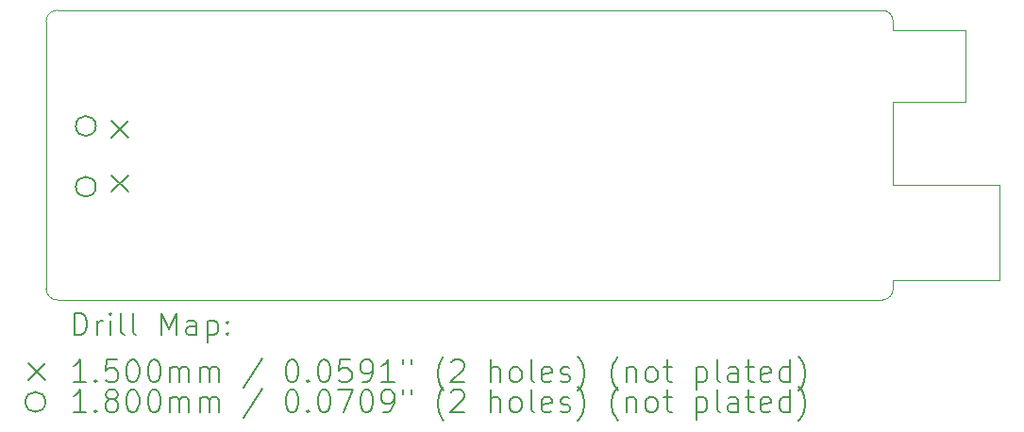
<source format=gbr>
%TF.GenerationSoftware,KiCad,Pcbnew,7.0.5*%
%TF.CreationDate,2023-06-08T21:36:38+09:00*%
%TF.ProjectId,game-boy-pico-link-board,67616d65-2d62-46f7-992d-7069636f2d6c,rev?*%
%TF.SameCoordinates,Original*%
%TF.FileFunction,Drillmap*%
%TF.FilePolarity,Positive*%
%FSLAX45Y45*%
G04 Gerber Fmt 4.5, Leading zero omitted, Abs format (unit mm)*
G04 Created by KiCad (PCBNEW 7.0.5) date 2023-06-08 21:36:38*
%MOMM*%
%LPD*%
G01*
G04 APERTURE LIST*
%ADD10C,0.100000*%
%ADD11C,0.200000*%
%ADD12C,0.150000*%
%ADD13C,0.180000*%
G04 APERTURE END LIST*
D10*
X14446000Y-10877500D02*
G75*
G03*
X14546000Y-10777500I0J100000D01*
G01*
X15196000Y-9102500D02*
X15196000Y-8452500D01*
X6946711Y-10776789D02*
G75*
G03*
X7046711Y-10876789I99999J-1D01*
G01*
X14446000Y-8277500D02*
X7046000Y-8277500D01*
X7046000Y-8277500D02*
G75*
G03*
X6946000Y-8377500I0J-100000D01*
G01*
X15501000Y-9842500D02*
X14546000Y-9842500D01*
X14546000Y-8377500D02*
G75*
G03*
X14446000Y-8277500I-100000J0D01*
G01*
X15501000Y-10702500D02*
X15501000Y-9842500D01*
X14546000Y-8452500D02*
X15196000Y-8452500D01*
X7046711Y-10876789D02*
X14446000Y-10877500D01*
X14546000Y-8377500D02*
X14546000Y-8452500D01*
X14546000Y-9102500D02*
X14546000Y-9842500D01*
X6946000Y-8377500D02*
X6946711Y-10776789D01*
X14546000Y-10702500D02*
X14546000Y-10777500D01*
X14546000Y-10702500D02*
X15501000Y-10702500D01*
X14546000Y-9102500D02*
X15196000Y-9102500D01*
D11*
D12*
X7531000Y-9271000D02*
X7681000Y-9421000D01*
X7681000Y-9271000D02*
X7531000Y-9421000D01*
X7531000Y-9756000D02*
X7681000Y-9906000D01*
X7681000Y-9756000D02*
X7531000Y-9906000D01*
D13*
X7393000Y-9316000D02*
G75*
G03*
X7393000Y-9316000I-90000J0D01*
G01*
X7393000Y-9861000D02*
G75*
G03*
X7393000Y-9861000I-90000J0D01*
G01*
D11*
X7201777Y-11193984D02*
X7201777Y-10993984D01*
X7201777Y-10993984D02*
X7249396Y-10993984D01*
X7249396Y-10993984D02*
X7277967Y-11003508D01*
X7277967Y-11003508D02*
X7297015Y-11022555D01*
X7297015Y-11022555D02*
X7306539Y-11041603D01*
X7306539Y-11041603D02*
X7316062Y-11079698D01*
X7316062Y-11079698D02*
X7316062Y-11108270D01*
X7316062Y-11108270D02*
X7306539Y-11146365D01*
X7306539Y-11146365D02*
X7297015Y-11165412D01*
X7297015Y-11165412D02*
X7277967Y-11184460D01*
X7277967Y-11184460D02*
X7249396Y-11193984D01*
X7249396Y-11193984D02*
X7201777Y-11193984D01*
X7401777Y-11193984D02*
X7401777Y-11060650D01*
X7401777Y-11098746D02*
X7411301Y-11079698D01*
X7411301Y-11079698D02*
X7420824Y-11070174D01*
X7420824Y-11070174D02*
X7439872Y-11060650D01*
X7439872Y-11060650D02*
X7458920Y-11060650D01*
X7525586Y-11193984D02*
X7525586Y-11060650D01*
X7525586Y-10993984D02*
X7516062Y-11003508D01*
X7516062Y-11003508D02*
X7525586Y-11013031D01*
X7525586Y-11013031D02*
X7535110Y-11003508D01*
X7535110Y-11003508D02*
X7525586Y-10993984D01*
X7525586Y-10993984D02*
X7525586Y-11013031D01*
X7649396Y-11193984D02*
X7630348Y-11184460D01*
X7630348Y-11184460D02*
X7620824Y-11165412D01*
X7620824Y-11165412D02*
X7620824Y-10993984D01*
X7754158Y-11193984D02*
X7735110Y-11184460D01*
X7735110Y-11184460D02*
X7725586Y-11165412D01*
X7725586Y-11165412D02*
X7725586Y-10993984D01*
X7982729Y-11193984D02*
X7982729Y-10993984D01*
X7982729Y-10993984D02*
X8049396Y-11136841D01*
X8049396Y-11136841D02*
X8116062Y-10993984D01*
X8116062Y-10993984D02*
X8116062Y-11193984D01*
X8297015Y-11193984D02*
X8297015Y-11089222D01*
X8297015Y-11089222D02*
X8287491Y-11070174D01*
X8287491Y-11070174D02*
X8268443Y-11060650D01*
X8268443Y-11060650D02*
X8230348Y-11060650D01*
X8230348Y-11060650D02*
X8211301Y-11070174D01*
X8297015Y-11184460D02*
X8277967Y-11193984D01*
X8277967Y-11193984D02*
X8230348Y-11193984D01*
X8230348Y-11193984D02*
X8211301Y-11184460D01*
X8211301Y-11184460D02*
X8201777Y-11165412D01*
X8201777Y-11165412D02*
X8201777Y-11146365D01*
X8201777Y-11146365D02*
X8211301Y-11127317D01*
X8211301Y-11127317D02*
X8230348Y-11117793D01*
X8230348Y-11117793D02*
X8277967Y-11117793D01*
X8277967Y-11117793D02*
X8297015Y-11108270D01*
X8392253Y-11060650D02*
X8392253Y-11260650D01*
X8392253Y-11070174D02*
X8411301Y-11060650D01*
X8411301Y-11060650D02*
X8449396Y-11060650D01*
X8449396Y-11060650D02*
X8468444Y-11070174D01*
X8468444Y-11070174D02*
X8477967Y-11079698D01*
X8477967Y-11079698D02*
X8487491Y-11098746D01*
X8487491Y-11098746D02*
X8487491Y-11155889D01*
X8487491Y-11155889D02*
X8477967Y-11174936D01*
X8477967Y-11174936D02*
X8468444Y-11184460D01*
X8468444Y-11184460D02*
X8449396Y-11193984D01*
X8449396Y-11193984D02*
X8411301Y-11193984D01*
X8411301Y-11193984D02*
X8392253Y-11184460D01*
X8573205Y-11174936D02*
X8582729Y-11184460D01*
X8582729Y-11184460D02*
X8573205Y-11193984D01*
X8573205Y-11193984D02*
X8563682Y-11184460D01*
X8563682Y-11184460D02*
X8573205Y-11174936D01*
X8573205Y-11174936D02*
X8573205Y-11193984D01*
X8573205Y-11070174D02*
X8582729Y-11079698D01*
X8582729Y-11079698D02*
X8573205Y-11089222D01*
X8573205Y-11089222D02*
X8563682Y-11079698D01*
X8563682Y-11079698D02*
X8573205Y-11070174D01*
X8573205Y-11070174D02*
X8573205Y-11089222D01*
D12*
X6791000Y-11447500D02*
X6941000Y-11597500D01*
X6941000Y-11447500D02*
X6791000Y-11597500D01*
D11*
X7306539Y-11613984D02*
X7192253Y-11613984D01*
X7249396Y-11613984D02*
X7249396Y-11413984D01*
X7249396Y-11413984D02*
X7230348Y-11442555D01*
X7230348Y-11442555D02*
X7211301Y-11461603D01*
X7211301Y-11461603D02*
X7192253Y-11471127D01*
X7392253Y-11594936D02*
X7401777Y-11604460D01*
X7401777Y-11604460D02*
X7392253Y-11613984D01*
X7392253Y-11613984D02*
X7382729Y-11604460D01*
X7382729Y-11604460D02*
X7392253Y-11594936D01*
X7392253Y-11594936D02*
X7392253Y-11613984D01*
X7582729Y-11413984D02*
X7487491Y-11413984D01*
X7487491Y-11413984D02*
X7477967Y-11509222D01*
X7477967Y-11509222D02*
X7487491Y-11499698D01*
X7487491Y-11499698D02*
X7506539Y-11490174D01*
X7506539Y-11490174D02*
X7554158Y-11490174D01*
X7554158Y-11490174D02*
X7573205Y-11499698D01*
X7573205Y-11499698D02*
X7582729Y-11509222D01*
X7582729Y-11509222D02*
X7592253Y-11528269D01*
X7592253Y-11528269D02*
X7592253Y-11575888D01*
X7592253Y-11575888D02*
X7582729Y-11594936D01*
X7582729Y-11594936D02*
X7573205Y-11604460D01*
X7573205Y-11604460D02*
X7554158Y-11613984D01*
X7554158Y-11613984D02*
X7506539Y-11613984D01*
X7506539Y-11613984D02*
X7487491Y-11604460D01*
X7487491Y-11604460D02*
X7477967Y-11594936D01*
X7716062Y-11413984D02*
X7735110Y-11413984D01*
X7735110Y-11413984D02*
X7754158Y-11423508D01*
X7754158Y-11423508D02*
X7763682Y-11433031D01*
X7763682Y-11433031D02*
X7773205Y-11452079D01*
X7773205Y-11452079D02*
X7782729Y-11490174D01*
X7782729Y-11490174D02*
X7782729Y-11537793D01*
X7782729Y-11537793D02*
X7773205Y-11575888D01*
X7773205Y-11575888D02*
X7763682Y-11594936D01*
X7763682Y-11594936D02*
X7754158Y-11604460D01*
X7754158Y-11604460D02*
X7735110Y-11613984D01*
X7735110Y-11613984D02*
X7716062Y-11613984D01*
X7716062Y-11613984D02*
X7697015Y-11604460D01*
X7697015Y-11604460D02*
X7687491Y-11594936D01*
X7687491Y-11594936D02*
X7677967Y-11575888D01*
X7677967Y-11575888D02*
X7668443Y-11537793D01*
X7668443Y-11537793D02*
X7668443Y-11490174D01*
X7668443Y-11490174D02*
X7677967Y-11452079D01*
X7677967Y-11452079D02*
X7687491Y-11433031D01*
X7687491Y-11433031D02*
X7697015Y-11423508D01*
X7697015Y-11423508D02*
X7716062Y-11413984D01*
X7906539Y-11413984D02*
X7925586Y-11413984D01*
X7925586Y-11413984D02*
X7944634Y-11423508D01*
X7944634Y-11423508D02*
X7954158Y-11433031D01*
X7954158Y-11433031D02*
X7963682Y-11452079D01*
X7963682Y-11452079D02*
X7973205Y-11490174D01*
X7973205Y-11490174D02*
X7973205Y-11537793D01*
X7973205Y-11537793D02*
X7963682Y-11575888D01*
X7963682Y-11575888D02*
X7954158Y-11594936D01*
X7954158Y-11594936D02*
X7944634Y-11604460D01*
X7944634Y-11604460D02*
X7925586Y-11613984D01*
X7925586Y-11613984D02*
X7906539Y-11613984D01*
X7906539Y-11613984D02*
X7887491Y-11604460D01*
X7887491Y-11604460D02*
X7877967Y-11594936D01*
X7877967Y-11594936D02*
X7868443Y-11575888D01*
X7868443Y-11575888D02*
X7858920Y-11537793D01*
X7858920Y-11537793D02*
X7858920Y-11490174D01*
X7858920Y-11490174D02*
X7868443Y-11452079D01*
X7868443Y-11452079D02*
X7877967Y-11433031D01*
X7877967Y-11433031D02*
X7887491Y-11423508D01*
X7887491Y-11423508D02*
X7906539Y-11413984D01*
X8058920Y-11613984D02*
X8058920Y-11480650D01*
X8058920Y-11499698D02*
X8068443Y-11490174D01*
X8068443Y-11490174D02*
X8087491Y-11480650D01*
X8087491Y-11480650D02*
X8116063Y-11480650D01*
X8116063Y-11480650D02*
X8135110Y-11490174D01*
X8135110Y-11490174D02*
X8144634Y-11509222D01*
X8144634Y-11509222D02*
X8144634Y-11613984D01*
X8144634Y-11509222D02*
X8154158Y-11490174D01*
X8154158Y-11490174D02*
X8173205Y-11480650D01*
X8173205Y-11480650D02*
X8201777Y-11480650D01*
X8201777Y-11480650D02*
X8220824Y-11490174D01*
X8220824Y-11490174D02*
X8230348Y-11509222D01*
X8230348Y-11509222D02*
X8230348Y-11613984D01*
X8325586Y-11613984D02*
X8325586Y-11480650D01*
X8325586Y-11499698D02*
X8335110Y-11490174D01*
X8335110Y-11490174D02*
X8354158Y-11480650D01*
X8354158Y-11480650D02*
X8382729Y-11480650D01*
X8382729Y-11480650D02*
X8401777Y-11490174D01*
X8401777Y-11490174D02*
X8411301Y-11509222D01*
X8411301Y-11509222D02*
X8411301Y-11613984D01*
X8411301Y-11509222D02*
X8420825Y-11490174D01*
X8420825Y-11490174D02*
X8439872Y-11480650D01*
X8439872Y-11480650D02*
X8468444Y-11480650D01*
X8468444Y-11480650D02*
X8487491Y-11490174D01*
X8487491Y-11490174D02*
X8497015Y-11509222D01*
X8497015Y-11509222D02*
X8497015Y-11613984D01*
X8887491Y-11404460D02*
X8716063Y-11661603D01*
X9144634Y-11413984D02*
X9163682Y-11413984D01*
X9163682Y-11413984D02*
X9182729Y-11423508D01*
X9182729Y-11423508D02*
X9192253Y-11433031D01*
X9192253Y-11433031D02*
X9201777Y-11452079D01*
X9201777Y-11452079D02*
X9211301Y-11490174D01*
X9211301Y-11490174D02*
X9211301Y-11537793D01*
X9211301Y-11537793D02*
X9201777Y-11575888D01*
X9201777Y-11575888D02*
X9192253Y-11594936D01*
X9192253Y-11594936D02*
X9182729Y-11604460D01*
X9182729Y-11604460D02*
X9163682Y-11613984D01*
X9163682Y-11613984D02*
X9144634Y-11613984D01*
X9144634Y-11613984D02*
X9125587Y-11604460D01*
X9125587Y-11604460D02*
X9116063Y-11594936D01*
X9116063Y-11594936D02*
X9106539Y-11575888D01*
X9106539Y-11575888D02*
X9097015Y-11537793D01*
X9097015Y-11537793D02*
X9097015Y-11490174D01*
X9097015Y-11490174D02*
X9106539Y-11452079D01*
X9106539Y-11452079D02*
X9116063Y-11433031D01*
X9116063Y-11433031D02*
X9125587Y-11423508D01*
X9125587Y-11423508D02*
X9144634Y-11413984D01*
X9297015Y-11594936D02*
X9306539Y-11604460D01*
X9306539Y-11604460D02*
X9297015Y-11613984D01*
X9297015Y-11613984D02*
X9287491Y-11604460D01*
X9287491Y-11604460D02*
X9297015Y-11594936D01*
X9297015Y-11594936D02*
X9297015Y-11613984D01*
X9430348Y-11413984D02*
X9449396Y-11413984D01*
X9449396Y-11413984D02*
X9468444Y-11423508D01*
X9468444Y-11423508D02*
X9477968Y-11433031D01*
X9477968Y-11433031D02*
X9487491Y-11452079D01*
X9487491Y-11452079D02*
X9497015Y-11490174D01*
X9497015Y-11490174D02*
X9497015Y-11537793D01*
X9497015Y-11537793D02*
X9487491Y-11575888D01*
X9487491Y-11575888D02*
X9477968Y-11594936D01*
X9477968Y-11594936D02*
X9468444Y-11604460D01*
X9468444Y-11604460D02*
X9449396Y-11613984D01*
X9449396Y-11613984D02*
X9430348Y-11613984D01*
X9430348Y-11613984D02*
X9411301Y-11604460D01*
X9411301Y-11604460D02*
X9401777Y-11594936D01*
X9401777Y-11594936D02*
X9392253Y-11575888D01*
X9392253Y-11575888D02*
X9382729Y-11537793D01*
X9382729Y-11537793D02*
X9382729Y-11490174D01*
X9382729Y-11490174D02*
X9392253Y-11452079D01*
X9392253Y-11452079D02*
X9401777Y-11433031D01*
X9401777Y-11433031D02*
X9411301Y-11423508D01*
X9411301Y-11423508D02*
X9430348Y-11413984D01*
X9677968Y-11413984D02*
X9582729Y-11413984D01*
X9582729Y-11413984D02*
X9573206Y-11509222D01*
X9573206Y-11509222D02*
X9582729Y-11499698D01*
X9582729Y-11499698D02*
X9601777Y-11490174D01*
X9601777Y-11490174D02*
X9649396Y-11490174D01*
X9649396Y-11490174D02*
X9668444Y-11499698D01*
X9668444Y-11499698D02*
X9677968Y-11509222D01*
X9677968Y-11509222D02*
X9687491Y-11528269D01*
X9687491Y-11528269D02*
X9687491Y-11575888D01*
X9687491Y-11575888D02*
X9677968Y-11594936D01*
X9677968Y-11594936D02*
X9668444Y-11604460D01*
X9668444Y-11604460D02*
X9649396Y-11613984D01*
X9649396Y-11613984D02*
X9601777Y-11613984D01*
X9601777Y-11613984D02*
X9582729Y-11604460D01*
X9582729Y-11604460D02*
X9573206Y-11594936D01*
X9782729Y-11613984D02*
X9820825Y-11613984D01*
X9820825Y-11613984D02*
X9839872Y-11604460D01*
X9839872Y-11604460D02*
X9849396Y-11594936D01*
X9849396Y-11594936D02*
X9868444Y-11566365D01*
X9868444Y-11566365D02*
X9877968Y-11528269D01*
X9877968Y-11528269D02*
X9877968Y-11452079D01*
X9877968Y-11452079D02*
X9868444Y-11433031D01*
X9868444Y-11433031D02*
X9858920Y-11423508D01*
X9858920Y-11423508D02*
X9839872Y-11413984D01*
X9839872Y-11413984D02*
X9801777Y-11413984D01*
X9801777Y-11413984D02*
X9782729Y-11423508D01*
X9782729Y-11423508D02*
X9773206Y-11433031D01*
X9773206Y-11433031D02*
X9763682Y-11452079D01*
X9763682Y-11452079D02*
X9763682Y-11499698D01*
X9763682Y-11499698D02*
X9773206Y-11518746D01*
X9773206Y-11518746D02*
X9782729Y-11528269D01*
X9782729Y-11528269D02*
X9801777Y-11537793D01*
X9801777Y-11537793D02*
X9839872Y-11537793D01*
X9839872Y-11537793D02*
X9858920Y-11528269D01*
X9858920Y-11528269D02*
X9868444Y-11518746D01*
X9868444Y-11518746D02*
X9877968Y-11499698D01*
X10068444Y-11613984D02*
X9954158Y-11613984D01*
X10011301Y-11613984D02*
X10011301Y-11413984D01*
X10011301Y-11413984D02*
X9992253Y-11442555D01*
X9992253Y-11442555D02*
X9973206Y-11461603D01*
X9973206Y-11461603D02*
X9954158Y-11471127D01*
X10144634Y-11413984D02*
X10144634Y-11452079D01*
X10220825Y-11413984D02*
X10220825Y-11452079D01*
X10516063Y-11690174D02*
X10506539Y-11680650D01*
X10506539Y-11680650D02*
X10487491Y-11652079D01*
X10487491Y-11652079D02*
X10477968Y-11633031D01*
X10477968Y-11633031D02*
X10468444Y-11604460D01*
X10468444Y-11604460D02*
X10458920Y-11556841D01*
X10458920Y-11556841D02*
X10458920Y-11518746D01*
X10458920Y-11518746D02*
X10468444Y-11471127D01*
X10468444Y-11471127D02*
X10477968Y-11442555D01*
X10477968Y-11442555D02*
X10487491Y-11423508D01*
X10487491Y-11423508D02*
X10506539Y-11394936D01*
X10506539Y-11394936D02*
X10516063Y-11385412D01*
X10582730Y-11433031D02*
X10592253Y-11423508D01*
X10592253Y-11423508D02*
X10611301Y-11413984D01*
X10611301Y-11413984D02*
X10658920Y-11413984D01*
X10658920Y-11413984D02*
X10677968Y-11423508D01*
X10677968Y-11423508D02*
X10687491Y-11433031D01*
X10687491Y-11433031D02*
X10697015Y-11452079D01*
X10697015Y-11452079D02*
X10697015Y-11471127D01*
X10697015Y-11471127D02*
X10687491Y-11499698D01*
X10687491Y-11499698D02*
X10573206Y-11613984D01*
X10573206Y-11613984D02*
X10697015Y-11613984D01*
X10935111Y-11613984D02*
X10935111Y-11413984D01*
X11020825Y-11613984D02*
X11020825Y-11509222D01*
X11020825Y-11509222D02*
X11011301Y-11490174D01*
X11011301Y-11490174D02*
X10992253Y-11480650D01*
X10992253Y-11480650D02*
X10963682Y-11480650D01*
X10963682Y-11480650D02*
X10944634Y-11490174D01*
X10944634Y-11490174D02*
X10935111Y-11499698D01*
X11144634Y-11613984D02*
X11125587Y-11604460D01*
X11125587Y-11604460D02*
X11116063Y-11594936D01*
X11116063Y-11594936D02*
X11106539Y-11575888D01*
X11106539Y-11575888D02*
X11106539Y-11518746D01*
X11106539Y-11518746D02*
X11116063Y-11499698D01*
X11116063Y-11499698D02*
X11125587Y-11490174D01*
X11125587Y-11490174D02*
X11144634Y-11480650D01*
X11144634Y-11480650D02*
X11173206Y-11480650D01*
X11173206Y-11480650D02*
X11192253Y-11490174D01*
X11192253Y-11490174D02*
X11201777Y-11499698D01*
X11201777Y-11499698D02*
X11211301Y-11518746D01*
X11211301Y-11518746D02*
X11211301Y-11575888D01*
X11211301Y-11575888D02*
X11201777Y-11594936D01*
X11201777Y-11594936D02*
X11192253Y-11604460D01*
X11192253Y-11604460D02*
X11173206Y-11613984D01*
X11173206Y-11613984D02*
X11144634Y-11613984D01*
X11325587Y-11613984D02*
X11306539Y-11604460D01*
X11306539Y-11604460D02*
X11297015Y-11585412D01*
X11297015Y-11585412D02*
X11297015Y-11413984D01*
X11477968Y-11604460D02*
X11458920Y-11613984D01*
X11458920Y-11613984D02*
X11420825Y-11613984D01*
X11420825Y-11613984D02*
X11401777Y-11604460D01*
X11401777Y-11604460D02*
X11392253Y-11585412D01*
X11392253Y-11585412D02*
X11392253Y-11509222D01*
X11392253Y-11509222D02*
X11401777Y-11490174D01*
X11401777Y-11490174D02*
X11420825Y-11480650D01*
X11420825Y-11480650D02*
X11458920Y-11480650D01*
X11458920Y-11480650D02*
X11477968Y-11490174D01*
X11477968Y-11490174D02*
X11487491Y-11509222D01*
X11487491Y-11509222D02*
X11487491Y-11528269D01*
X11487491Y-11528269D02*
X11392253Y-11547317D01*
X11563682Y-11604460D02*
X11582730Y-11613984D01*
X11582730Y-11613984D02*
X11620825Y-11613984D01*
X11620825Y-11613984D02*
X11639872Y-11604460D01*
X11639872Y-11604460D02*
X11649396Y-11585412D01*
X11649396Y-11585412D02*
X11649396Y-11575888D01*
X11649396Y-11575888D02*
X11639872Y-11556841D01*
X11639872Y-11556841D02*
X11620825Y-11547317D01*
X11620825Y-11547317D02*
X11592253Y-11547317D01*
X11592253Y-11547317D02*
X11573206Y-11537793D01*
X11573206Y-11537793D02*
X11563682Y-11518746D01*
X11563682Y-11518746D02*
X11563682Y-11509222D01*
X11563682Y-11509222D02*
X11573206Y-11490174D01*
X11573206Y-11490174D02*
X11592253Y-11480650D01*
X11592253Y-11480650D02*
X11620825Y-11480650D01*
X11620825Y-11480650D02*
X11639872Y-11490174D01*
X11716063Y-11690174D02*
X11725587Y-11680650D01*
X11725587Y-11680650D02*
X11744634Y-11652079D01*
X11744634Y-11652079D02*
X11754158Y-11633031D01*
X11754158Y-11633031D02*
X11763682Y-11604460D01*
X11763682Y-11604460D02*
X11773206Y-11556841D01*
X11773206Y-11556841D02*
X11773206Y-11518746D01*
X11773206Y-11518746D02*
X11763682Y-11471127D01*
X11763682Y-11471127D02*
X11754158Y-11442555D01*
X11754158Y-11442555D02*
X11744634Y-11423508D01*
X11744634Y-11423508D02*
X11725587Y-11394936D01*
X11725587Y-11394936D02*
X11716063Y-11385412D01*
X12077968Y-11690174D02*
X12068444Y-11680650D01*
X12068444Y-11680650D02*
X12049396Y-11652079D01*
X12049396Y-11652079D02*
X12039872Y-11633031D01*
X12039872Y-11633031D02*
X12030349Y-11604460D01*
X12030349Y-11604460D02*
X12020825Y-11556841D01*
X12020825Y-11556841D02*
X12020825Y-11518746D01*
X12020825Y-11518746D02*
X12030349Y-11471127D01*
X12030349Y-11471127D02*
X12039872Y-11442555D01*
X12039872Y-11442555D02*
X12049396Y-11423508D01*
X12049396Y-11423508D02*
X12068444Y-11394936D01*
X12068444Y-11394936D02*
X12077968Y-11385412D01*
X12154158Y-11480650D02*
X12154158Y-11613984D01*
X12154158Y-11499698D02*
X12163682Y-11490174D01*
X12163682Y-11490174D02*
X12182730Y-11480650D01*
X12182730Y-11480650D02*
X12211301Y-11480650D01*
X12211301Y-11480650D02*
X12230349Y-11490174D01*
X12230349Y-11490174D02*
X12239872Y-11509222D01*
X12239872Y-11509222D02*
X12239872Y-11613984D01*
X12363682Y-11613984D02*
X12344634Y-11604460D01*
X12344634Y-11604460D02*
X12335111Y-11594936D01*
X12335111Y-11594936D02*
X12325587Y-11575888D01*
X12325587Y-11575888D02*
X12325587Y-11518746D01*
X12325587Y-11518746D02*
X12335111Y-11499698D01*
X12335111Y-11499698D02*
X12344634Y-11490174D01*
X12344634Y-11490174D02*
X12363682Y-11480650D01*
X12363682Y-11480650D02*
X12392253Y-11480650D01*
X12392253Y-11480650D02*
X12411301Y-11490174D01*
X12411301Y-11490174D02*
X12420825Y-11499698D01*
X12420825Y-11499698D02*
X12430349Y-11518746D01*
X12430349Y-11518746D02*
X12430349Y-11575888D01*
X12430349Y-11575888D02*
X12420825Y-11594936D01*
X12420825Y-11594936D02*
X12411301Y-11604460D01*
X12411301Y-11604460D02*
X12392253Y-11613984D01*
X12392253Y-11613984D02*
X12363682Y-11613984D01*
X12487492Y-11480650D02*
X12563682Y-11480650D01*
X12516063Y-11413984D02*
X12516063Y-11585412D01*
X12516063Y-11585412D02*
X12525587Y-11604460D01*
X12525587Y-11604460D02*
X12544634Y-11613984D01*
X12544634Y-11613984D02*
X12563682Y-11613984D01*
X12782730Y-11480650D02*
X12782730Y-11680650D01*
X12782730Y-11490174D02*
X12801777Y-11480650D01*
X12801777Y-11480650D02*
X12839873Y-11480650D01*
X12839873Y-11480650D02*
X12858920Y-11490174D01*
X12858920Y-11490174D02*
X12868444Y-11499698D01*
X12868444Y-11499698D02*
X12877968Y-11518746D01*
X12877968Y-11518746D02*
X12877968Y-11575888D01*
X12877968Y-11575888D02*
X12868444Y-11594936D01*
X12868444Y-11594936D02*
X12858920Y-11604460D01*
X12858920Y-11604460D02*
X12839873Y-11613984D01*
X12839873Y-11613984D02*
X12801777Y-11613984D01*
X12801777Y-11613984D02*
X12782730Y-11604460D01*
X12992253Y-11613984D02*
X12973206Y-11604460D01*
X12973206Y-11604460D02*
X12963682Y-11585412D01*
X12963682Y-11585412D02*
X12963682Y-11413984D01*
X13154158Y-11613984D02*
X13154158Y-11509222D01*
X13154158Y-11509222D02*
X13144634Y-11490174D01*
X13144634Y-11490174D02*
X13125587Y-11480650D01*
X13125587Y-11480650D02*
X13087492Y-11480650D01*
X13087492Y-11480650D02*
X13068444Y-11490174D01*
X13154158Y-11604460D02*
X13135111Y-11613984D01*
X13135111Y-11613984D02*
X13087492Y-11613984D01*
X13087492Y-11613984D02*
X13068444Y-11604460D01*
X13068444Y-11604460D02*
X13058920Y-11585412D01*
X13058920Y-11585412D02*
X13058920Y-11566365D01*
X13058920Y-11566365D02*
X13068444Y-11547317D01*
X13068444Y-11547317D02*
X13087492Y-11537793D01*
X13087492Y-11537793D02*
X13135111Y-11537793D01*
X13135111Y-11537793D02*
X13154158Y-11528269D01*
X13220825Y-11480650D02*
X13297015Y-11480650D01*
X13249396Y-11413984D02*
X13249396Y-11585412D01*
X13249396Y-11585412D02*
X13258920Y-11604460D01*
X13258920Y-11604460D02*
X13277968Y-11613984D01*
X13277968Y-11613984D02*
X13297015Y-11613984D01*
X13439873Y-11604460D02*
X13420825Y-11613984D01*
X13420825Y-11613984D02*
X13382730Y-11613984D01*
X13382730Y-11613984D02*
X13363682Y-11604460D01*
X13363682Y-11604460D02*
X13354158Y-11585412D01*
X13354158Y-11585412D02*
X13354158Y-11509222D01*
X13354158Y-11509222D02*
X13363682Y-11490174D01*
X13363682Y-11490174D02*
X13382730Y-11480650D01*
X13382730Y-11480650D02*
X13420825Y-11480650D01*
X13420825Y-11480650D02*
X13439873Y-11490174D01*
X13439873Y-11490174D02*
X13449396Y-11509222D01*
X13449396Y-11509222D02*
X13449396Y-11528269D01*
X13449396Y-11528269D02*
X13354158Y-11547317D01*
X13620825Y-11613984D02*
X13620825Y-11413984D01*
X13620825Y-11604460D02*
X13601777Y-11613984D01*
X13601777Y-11613984D02*
X13563682Y-11613984D01*
X13563682Y-11613984D02*
X13544634Y-11604460D01*
X13544634Y-11604460D02*
X13535111Y-11594936D01*
X13535111Y-11594936D02*
X13525587Y-11575888D01*
X13525587Y-11575888D02*
X13525587Y-11518746D01*
X13525587Y-11518746D02*
X13535111Y-11499698D01*
X13535111Y-11499698D02*
X13544634Y-11490174D01*
X13544634Y-11490174D02*
X13563682Y-11480650D01*
X13563682Y-11480650D02*
X13601777Y-11480650D01*
X13601777Y-11480650D02*
X13620825Y-11490174D01*
X13697015Y-11690174D02*
X13706539Y-11680650D01*
X13706539Y-11680650D02*
X13725587Y-11652079D01*
X13725587Y-11652079D02*
X13735111Y-11633031D01*
X13735111Y-11633031D02*
X13744634Y-11604460D01*
X13744634Y-11604460D02*
X13754158Y-11556841D01*
X13754158Y-11556841D02*
X13754158Y-11518746D01*
X13754158Y-11518746D02*
X13744634Y-11471127D01*
X13744634Y-11471127D02*
X13735111Y-11442555D01*
X13735111Y-11442555D02*
X13725587Y-11423508D01*
X13725587Y-11423508D02*
X13706539Y-11394936D01*
X13706539Y-11394936D02*
X13697015Y-11385412D01*
D13*
X6941000Y-11792500D02*
G75*
G03*
X6941000Y-11792500I-90000J0D01*
G01*
D11*
X7306539Y-11883984D02*
X7192253Y-11883984D01*
X7249396Y-11883984D02*
X7249396Y-11683984D01*
X7249396Y-11683984D02*
X7230348Y-11712555D01*
X7230348Y-11712555D02*
X7211301Y-11731603D01*
X7211301Y-11731603D02*
X7192253Y-11741127D01*
X7392253Y-11864936D02*
X7401777Y-11874460D01*
X7401777Y-11874460D02*
X7392253Y-11883984D01*
X7392253Y-11883984D02*
X7382729Y-11874460D01*
X7382729Y-11874460D02*
X7392253Y-11864936D01*
X7392253Y-11864936D02*
X7392253Y-11883984D01*
X7516062Y-11769698D02*
X7497015Y-11760174D01*
X7497015Y-11760174D02*
X7487491Y-11750650D01*
X7487491Y-11750650D02*
X7477967Y-11731603D01*
X7477967Y-11731603D02*
X7477967Y-11722079D01*
X7477967Y-11722079D02*
X7487491Y-11703031D01*
X7487491Y-11703031D02*
X7497015Y-11693508D01*
X7497015Y-11693508D02*
X7516062Y-11683984D01*
X7516062Y-11683984D02*
X7554158Y-11683984D01*
X7554158Y-11683984D02*
X7573205Y-11693508D01*
X7573205Y-11693508D02*
X7582729Y-11703031D01*
X7582729Y-11703031D02*
X7592253Y-11722079D01*
X7592253Y-11722079D02*
X7592253Y-11731603D01*
X7592253Y-11731603D02*
X7582729Y-11750650D01*
X7582729Y-11750650D02*
X7573205Y-11760174D01*
X7573205Y-11760174D02*
X7554158Y-11769698D01*
X7554158Y-11769698D02*
X7516062Y-11769698D01*
X7516062Y-11769698D02*
X7497015Y-11779222D01*
X7497015Y-11779222D02*
X7487491Y-11788746D01*
X7487491Y-11788746D02*
X7477967Y-11807793D01*
X7477967Y-11807793D02*
X7477967Y-11845888D01*
X7477967Y-11845888D02*
X7487491Y-11864936D01*
X7487491Y-11864936D02*
X7497015Y-11874460D01*
X7497015Y-11874460D02*
X7516062Y-11883984D01*
X7516062Y-11883984D02*
X7554158Y-11883984D01*
X7554158Y-11883984D02*
X7573205Y-11874460D01*
X7573205Y-11874460D02*
X7582729Y-11864936D01*
X7582729Y-11864936D02*
X7592253Y-11845888D01*
X7592253Y-11845888D02*
X7592253Y-11807793D01*
X7592253Y-11807793D02*
X7582729Y-11788746D01*
X7582729Y-11788746D02*
X7573205Y-11779222D01*
X7573205Y-11779222D02*
X7554158Y-11769698D01*
X7716062Y-11683984D02*
X7735110Y-11683984D01*
X7735110Y-11683984D02*
X7754158Y-11693508D01*
X7754158Y-11693508D02*
X7763682Y-11703031D01*
X7763682Y-11703031D02*
X7773205Y-11722079D01*
X7773205Y-11722079D02*
X7782729Y-11760174D01*
X7782729Y-11760174D02*
X7782729Y-11807793D01*
X7782729Y-11807793D02*
X7773205Y-11845888D01*
X7773205Y-11845888D02*
X7763682Y-11864936D01*
X7763682Y-11864936D02*
X7754158Y-11874460D01*
X7754158Y-11874460D02*
X7735110Y-11883984D01*
X7735110Y-11883984D02*
X7716062Y-11883984D01*
X7716062Y-11883984D02*
X7697015Y-11874460D01*
X7697015Y-11874460D02*
X7687491Y-11864936D01*
X7687491Y-11864936D02*
X7677967Y-11845888D01*
X7677967Y-11845888D02*
X7668443Y-11807793D01*
X7668443Y-11807793D02*
X7668443Y-11760174D01*
X7668443Y-11760174D02*
X7677967Y-11722079D01*
X7677967Y-11722079D02*
X7687491Y-11703031D01*
X7687491Y-11703031D02*
X7697015Y-11693508D01*
X7697015Y-11693508D02*
X7716062Y-11683984D01*
X7906539Y-11683984D02*
X7925586Y-11683984D01*
X7925586Y-11683984D02*
X7944634Y-11693508D01*
X7944634Y-11693508D02*
X7954158Y-11703031D01*
X7954158Y-11703031D02*
X7963682Y-11722079D01*
X7963682Y-11722079D02*
X7973205Y-11760174D01*
X7973205Y-11760174D02*
X7973205Y-11807793D01*
X7973205Y-11807793D02*
X7963682Y-11845888D01*
X7963682Y-11845888D02*
X7954158Y-11864936D01*
X7954158Y-11864936D02*
X7944634Y-11874460D01*
X7944634Y-11874460D02*
X7925586Y-11883984D01*
X7925586Y-11883984D02*
X7906539Y-11883984D01*
X7906539Y-11883984D02*
X7887491Y-11874460D01*
X7887491Y-11874460D02*
X7877967Y-11864936D01*
X7877967Y-11864936D02*
X7868443Y-11845888D01*
X7868443Y-11845888D02*
X7858920Y-11807793D01*
X7858920Y-11807793D02*
X7858920Y-11760174D01*
X7858920Y-11760174D02*
X7868443Y-11722079D01*
X7868443Y-11722079D02*
X7877967Y-11703031D01*
X7877967Y-11703031D02*
X7887491Y-11693508D01*
X7887491Y-11693508D02*
X7906539Y-11683984D01*
X8058920Y-11883984D02*
X8058920Y-11750650D01*
X8058920Y-11769698D02*
X8068443Y-11760174D01*
X8068443Y-11760174D02*
X8087491Y-11750650D01*
X8087491Y-11750650D02*
X8116063Y-11750650D01*
X8116063Y-11750650D02*
X8135110Y-11760174D01*
X8135110Y-11760174D02*
X8144634Y-11779222D01*
X8144634Y-11779222D02*
X8144634Y-11883984D01*
X8144634Y-11779222D02*
X8154158Y-11760174D01*
X8154158Y-11760174D02*
X8173205Y-11750650D01*
X8173205Y-11750650D02*
X8201777Y-11750650D01*
X8201777Y-11750650D02*
X8220824Y-11760174D01*
X8220824Y-11760174D02*
X8230348Y-11779222D01*
X8230348Y-11779222D02*
X8230348Y-11883984D01*
X8325586Y-11883984D02*
X8325586Y-11750650D01*
X8325586Y-11769698D02*
X8335110Y-11760174D01*
X8335110Y-11760174D02*
X8354158Y-11750650D01*
X8354158Y-11750650D02*
X8382729Y-11750650D01*
X8382729Y-11750650D02*
X8401777Y-11760174D01*
X8401777Y-11760174D02*
X8411301Y-11779222D01*
X8411301Y-11779222D02*
X8411301Y-11883984D01*
X8411301Y-11779222D02*
X8420825Y-11760174D01*
X8420825Y-11760174D02*
X8439872Y-11750650D01*
X8439872Y-11750650D02*
X8468444Y-11750650D01*
X8468444Y-11750650D02*
X8487491Y-11760174D01*
X8487491Y-11760174D02*
X8497015Y-11779222D01*
X8497015Y-11779222D02*
X8497015Y-11883984D01*
X8887491Y-11674460D02*
X8716063Y-11931603D01*
X9144634Y-11683984D02*
X9163682Y-11683984D01*
X9163682Y-11683984D02*
X9182729Y-11693508D01*
X9182729Y-11693508D02*
X9192253Y-11703031D01*
X9192253Y-11703031D02*
X9201777Y-11722079D01*
X9201777Y-11722079D02*
X9211301Y-11760174D01*
X9211301Y-11760174D02*
X9211301Y-11807793D01*
X9211301Y-11807793D02*
X9201777Y-11845888D01*
X9201777Y-11845888D02*
X9192253Y-11864936D01*
X9192253Y-11864936D02*
X9182729Y-11874460D01*
X9182729Y-11874460D02*
X9163682Y-11883984D01*
X9163682Y-11883984D02*
X9144634Y-11883984D01*
X9144634Y-11883984D02*
X9125587Y-11874460D01*
X9125587Y-11874460D02*
X9116063Y-11864936D01*
X9116063Y-11864936D02*
X9106539Y-11845888D01*
X9106539Y-11845888D02*
X9097015Y-11807793D01*
X9097015Y-11807793D02*
X9097015Y-11760174D01*
X9097015Y-11760174D02*
X9106539Y-11722079D01*
X9106539Y-11722079D02*
X9116063Y-11703031D01*
X9116063Y-11703031D02*
X9125587Y-11693508D01*
X9125587Y-11693508D02*
X9144634Y-11683984D01*
X9297015Y-11864936D02*
X9306539Y-11874460D01*
X9306539Y-11874460D02*
X9297015Y-11883984D01*
X9297015Y-11883984D02*
X9287491Y-11874460D01*
X9287491Y-11874460D02*
X9297015Y-11864936D01*
X9297015Y-11864936D02*
X9297015Y-11883984D01*
X9430348Y-11683984D02*
X9449396Y-11683984D01*
X9449396Y-11683984D02*
X9468444Y-11693508D01*
X9468444Y-11693508D02*
X9477968Y-11703031D01*
X9477968Y-11703031D02*
X9487491Y-11722079D01*
X9487491Y-11722079D02*
X9497015Y-11760174D01*
X9497015Y-11760174D02*
X9497015Y-11807793D01*
X9497015Y-11807793D02*
X9487491Y-11845888D01*
X9487491Y-11845888D02*
X9477968Y-11864936D01*
X9477968Y-11864936D02*
X9468444Y-11874460D01*
X9468444Y-11874460D02*
X9449396Y-11883984D01*
X9449396Y-11883984D02*
X9430348Y-11883984D01*
X9430348Y-11883984D02*
X9411301Y-11874460D01*
X9411301Y-11874460D02*
X9401777Y-11864936D01*
X9401777Y-11864936D02*
X9392253Y-11845888D01*
X9392253Y-11845888D02*
X9382729Y-11807793D01*
X9382729Y-11807793D02*
X9382729Y-11760174D01*
X9382729Y-11760174D02*
X9392253Y-11722079D01*
X9392253Y-11722079D02*
X9401777Y-11703031D01*
X9401777Y-11703031D02*
X9411301Y-11693508D01*
X9411301Y-11693508D02*
X9430348Y-11683984D01*
X9563682Y-11683984D02*
X9697015Y-11683984D01*
X9697015Y-11683984D02*
X9611301Y-11883984D01*
X9811301Y-11683984D02*
X9830349Y-11683984D01*
X9830349Y-11683984D02*
X9849396Y-11693508D01*
X9849396Y-11693508D02*
X9858920Y-11703031D01*
X9858920Y-11703031D02*
X9868444Y-11722079D01*
X9868444Y-11722079D02*
X9877968Y-11760174D01*
X9877968Y-11760174D02*
X9877968Y-11807793D01*
X9877968Y-11807793D02*
X9868444Y-11845888D01*
X9868444Y-11845888D02*
X9858920Y-11864936D01*
X9858920Y-11864936D02*
X9849396Y-11874460D01*
X9849396Y-11874460D02*
X9830349Y-11883984D01*
X9830349Y-11883984D02*
X9811301Y-11883984D01*
X9811301Y-11883984D02*
X9792253Y-11874460D01*
X9792253Y-11874460D02*
X9782729Y-11864936D01*
X9782729Y-11864936D02*
X9773206Y-11845888D01*
X9773206Y-11845888D02*
X9763682Y-11807793D01*
X9763682Y-11807793D02*
X9763682Y-11760174D01*
X9763682Y-11760174D02*
X9773206Y-11722079D01*
X9773206Y-11722079D02*
X9782729Y-11703031D01*
X9782729Y-11703031D02*
X9792253Y-11693508D01*
X9792253Y-11693508D02*
X9811301Y-11683984D01*
X9973206Y-11883984D02*
X10011301Y-11883984D01*
X10011301Y-11883984D02*
X10030349Y-11874460D01*
X10030349Y-11874460D02*
X10039872Y-11864936D01*
X10039872Y-11864936D02*
X10058920Y-11836365D01*
X10058920Y-11836365D02*
X10068444Y-11798269D01*
X10068444Y-11798269D02*
X10068444Y-11722079D01*
X10068444Y-11722079D02*
X10058920Y-11703031D01*
X10058920Y-11703031D02*
X10049396Y-11693508D01*
X10049396Y-11693508D02*
X10030349Y-11683984D01*
X10030349Y-11683984D02*
X9992253Y-11683984D01*
X9992253Y-11683984D02*
X9973206Y-11693508D01*
X9973206Y-11693508D02*
X9963682Y-11703031D01*
X9963682Y-11703031D02*
X9954158Y-11722079D01*
X9954158Y-11722079D02*
X9954158Y-11769698D01*
X9954158Y-11769698D02*
X9963682Y-11788746D01*
X9963682Y-11788746D02*
X9973206Y-11798269D01*
X9973206Y-11798269D02*
X9992253Y-11807793D01*
X9992253Y-11807793D02*
X10030349Y-11807793D01*
X10030349Y-11807793D02*
X10049396Y-11798269D01*
X10049396Y-11798269D02*
X10058920Y-11788746D01*
X10058920Y-11788746D02*
X10068444Y-11769698D01*
X10144634Y-11683984D02*
X10144634Y-11722079D01*
X10220825Y-11683984D02*
X10220825Y-11722079D01*
X10516063Y-11960174D02*
X10506539Y-11950650D01*
X10506539Y-11950650D02*
X10487491Y-11922079D01*
X10487491Y-11922079D02*
X10477968Y-11903031D01*
X10477968Y-11903031D02*
X10468444Y-11874460D01*
X10468444Y-11874460D02*
X10458920Y-11826841D01*
X10458920Y-11826841D02*
X10458920Y-11788746D01*
X10458920Y-11788746D02*
X10468444Y-11741127D01*
X10468444Y-11741127D02*
X10477968Y-11712555D01*
X10477968Y-11712555D02*
X10487491Y-11693508D01*
X10487491Y-11693508D02*
X10506539Y-11664936D01*
X10506539Y-11664936D02*
X10516063Y-11655412D01*
X10582730Y-11703031D02*
X10592253Y-11693508D01*
X10592253Y-11693508D02*
X10611301Y-11683984D01*
X10611301Y-11683984D02*
X10658920Y-11683984D01*
X10658920Y-11683984D02*
X10677968Y-11693508D01*
X10677968Y-11693508D02*
X10687491Y-11703031D01*
X10687491Y-11703031D02*
X10697015Y-11722079D01*
X10697015Y-11722079D02*
X10697015Y-11741127D01*
X10697015Y-11741127D02*
X10687491Y-11769698D01*
X10687491Y-11769698D02*
X10573206Y-11883984D01*
X10573206Y-11883984D02*
X10697015Y-11883984D01*
X10935111Y-11883984D02*
X10935111Y-11683984D01*
X11020825Y-11883984D02*
X11020825Y-11779222D01*
X11020825Y-11779222D02*
X11011301Y-11760174D01*
X11011301Y-11760174D02*
X10992253Y-11750650D01*
X10992253Y-11750650D02*
X10963682Y-11750650D01*
X10963682Y-11750650D02*
X10944634Y-11760174D01*
X10944634Y-11760174D02*
X10935111Y-11769698D01*
X11144634Y-11883984D02*
X11125587Y-11874460D01*
X11125587Y-11874460D02*
X11116063Y-11864936D01*
X11116063Y-11864936D02*
X11106539Y-11845888D01*
X11106539Y-11845888D02*
X11106539Y-11788746D01*
X11106539Y-11788746D02*
X11116063Y-11769698D01*
X11116063Y-11769698D02*
X11125587Y-11760174D01*
X11125587Y-11760174D02*
X11144634Y-11750650D01*
X11144634Y-11750650D02*
X11173206Y-11750650D01*
X11173206Y-11750650D02*
X11192253Y-11760174D01*
X11192253Y-11760174D02*
X11201777Y-11769698D01*
X11201777Y-11769698D02*
X11211301Y-11788746D01*
X11211301Y-11788746D02*
X11211301Y-11845888D01*
X11211301Y-11845888D02*
X11201777Y-11864936D01*
X11201777Y-11864936D02*
X11192253Y-11874460D01*
X11192253Y-11874460D02*
X11173206Y-11883984D01*
X11173206Y-11883984D02*
X11144634Y-11883984D01*
X11325587Y-11883984D02*
X11306539Y-11874460D01*
X11306539Y-11874460D02*
X11297015Y-11855412D01*
X11297015Y-11855412D02*
X11297015Y-11683984D01*
X11477968Y-11874460D02*
X11458920Y-11883984D01*
X11458920Y-11883984D02*
X11420825Y-11883984D01*
X11420825Y-11883984D02*
X11401777Y-11874460D01*
X11401777Y-11874460D02*
X11392253Y-11855412D01*
X11392253Y-11855412D02*
X11392253Y-11779222D01*
X11392253Y-11779222D02*
X11401777Y-11760174D01*
X11401777Y-11760174D02*
X11420825Y-11750650D01*
X11420825Y-11750650D02*
X11458920Y-11750650D01*
X11458920Y-11750650D02*
X11477968Y-11760174D01*
X11477968Y-11760174D02*
X11487491Y-11779222D01*
X11487491Y-11779222D02*
X11487491Y-11798269D01*
X11487491Y-11798269D02*
X11392253Y-11817317D01*
X11563682Y-11874460D02*
X11582730Y-11883984D01*
X11582730Y-11883984D02*
X11620825Y-11883984D01*
X11620825Y-11883984D02*
X11639872Y-11874460D01*
X11639872Y-11874460D02*
X11649396Y-11855412D01*
X11649396Y-11855412D02*
X11649396Y-11845888D01*
X11649396Y-11845888D02*
X11639872Y-11826841D01*
X11639872Y-11826841D02*
X11620825Y-11817317D01*
X11620825Y-11817317D02*
X11592253Y-11817317D01*
X11592253Y-11817317D02*
X11573206Y-11807793D01*
X11573206Y-11807793D02*
X11563682Y-11788746D01*
X11563682Y-11788746D02*
X11563682Y-11779222D01*
X11563682Y-11779222D02*
X11573206Y-11760174D01*
X11573206Y-11760174D02*
X11592253Y-11750650D01*
X11592253Y-11750650D02*
X11620825Y-11750650D01*
X11620825Y-11750650D02*
X11639872Y-11760174D01*
X11716063Y-11960174D02*
X11725587Y-11950650D01*
X11725587Y-11950650D02*
X11744634Y-11922079D01*
X11744634Y-11922079D02*
X11754158Y-11903031D01*
X11754158Y-11903031D02*
X11763682Y-11874460D01*
X11763682Y-11874460D02*
X11773206Y-11826841D01*
X11773206Y-11826841D02*
X11773206Y-11788746D01*
X11773206Y-11788746D02*
X11763682Y-11741127D01*
X11763682Y-11741127D02*
X11754158Y-11712555D01*
X11754158Y-11712555D02*
X11744634Y-11693508D01*
X11744634Y-11693508D02*
X11725587Y-11664936D01*
X11725587Y-11664936D02*
X11716063Y-11655412D01*
X12077968Y-11960174D02*
X12068444Y-11950650D01*
X12068444Y-11950650D02*
X12049396Y-11922079D01*
X12049396Y-11922079D02*
X12039872Y-11903031D01*
X12039872Y-11903031D02*
X12030349Y-11874460D01*
X12030349Y-11874460D02*
X12020825Y-11826841D01*
X12020825Y-11826841D02*
X12020825Y-11788746D01*
X12020825Y-11788746D02*
X12030349Y-11741127D01*
X12030349Y-11741127D02*
X12039872Y-11712555D01*
X12039872Y-11712555D02*
X12049396Y-11693508D01*
X12049396Y-11693508D02*
X12068444Y-11664936D01*
X12068444Y-11664936D02*
X12077968Y-11655412D01*
X12154158Y-11750650D02*
X12154158Y-11883984D01*
X12154158Y-11769698D02*
X12163682Y-11760174D01*
X12163682Y-11760174D02*
X12182730Y-11750650D01*
X12182730Y-11750650D02*
X12211301Y-11750650D01*
X12211301Y-11750650D02*
X12230349Y-11760174D01*
X12230349Y-11760174D02*
X12239872Y-11779222D01*
X12239872Y-11779222D02*
X12239872Y-11883984D01*
X12363682Y-11883984D02*
X12344634Y-11874460D01*
X12344634Y-11874460D02*
X12335111Y-11864936D01*
X12335111Y-11864936D02*
X12325587Y-11845888D01*
X12325587Y-11845888D02*
X12325587Y-11788746D01*
X12325587Y-11788746D02*
X12335111Y-11769698D01*
X12335111Y-11769698D02*
X12344634Y-11760174D01*
X12344634Y-11760174D02*
X12363682Y-11750650D01*
X12363682Y-11750650D02*
X12392253Y-11750650D01*
X12392253Y-11750650D02*
X12411301Y-11760174D01*
X12411301Y-11760174D02*
X12420825Y-11769698D01*
X12420825Y-11769698D02*
X12430349Y-11788746D01*
X12430349Y-11788746D02*
X12430349Y-11845888D01*
X12430349Y-11845888D02*
X12420825Y-11864936D01*
X12420825Y-11864936D02*
X12411301Y-11874460D01*
X12411301Y-11874460D02*
X12392253Y-11883984D01*
X12392253Y-11883984D02*
X12363682Y-11883984D01*
X12487492Y-11750650D02*
X12563682Y-11750650D01*
X12516063Y-11683984D02*
X12516063Y-11855412D01*
X12516063Y-11855412D02*
X12525587Y-11874460D01*
X12525587Y-11874460D02*
X12544634Y-11883984D01*
X12544634Y-11883984D02*
X12563682Y-11883984D01*
X12782730Y-11750650D02*
X12782730Y-11950650D01*
X12782730Y-11760174D02*
X12801777Y-11750650D01*
X12801777Y-11750650D02*
X12839873Y-11750650D01*
X12839873Y-11750650D02*
X12858920Y-11760174D01*
X12858920Y-11760174D02*
X12868444Y-11769698D01*
X12868444Y-11769698D02*
X12877968Y-11788746D01*
X12877968Y-11788746D02*
X12877968Y-11845888D01*
X12877968Y-11845888D02*
X12868444Y-11864936D01*
X12868444Y-11864936D02*
X12858920Y-11874460D01*
X12858920Y-11874460D02*
X12839873Y-11883984D01*
X12839873Y-11883984D02*
X12801777Y-11883984D01*
X12801777Y-11883984D02*
X12782730Y-11874460D01*
X12992253Y-11883984D02*
X12973206Y-11874460D01*
X12973206Y-11874460D02*
X12963682Y-11855412D01*
X12963682Y-11855412D02*
X12963682Y-11683984D01*
X13154158Y-11883984D02*
X13154158Y-11779222D01*
X13154158Y-11779222D02*
X13144634Y-11760174D01*
X13144634Y-11760174D02*
X13125587Y-11750650D01*
X13125587Y-11750650D02*
X13087492Y-11750650D01*
X13087492Y-11750650D02*
X13068444Y-11760174D01*
X13154158Y-11874460D02*
X13135111Y-11883984D01*
X13135111Y-11883984D02*
X13087492Y-11883984D01*
X13087492Y-11883984D02*
X13068444Y-11874460D01*
X13068444Y-11874460D02*
X13058920Y-11855412D01*
X13058920Y-11855412D02*
X13058920Y-11836365D01*
X13058920Y-11836365D02*
X13068444Y-11817317D01*
X13068444Y-11817317D02*
X13087492Y-11807793D01*
X13087492Y-11807793D02*
X13135111Y-11807793D01*
X13135111Y-11807793D02*
X13154158Y-11798269D01*
X13220825Y-11750650D02*
X13297015Y-11750650D01*
X13249396Y-11683984D02*
X13249396Y-11855412D01*
X13249396Y-11855412D02*
X13258920Y-11874460D01*
X13258920Y-11874460D02*
X13277968Y-11883984D01*
X13277968Y-11883984D02*
X13297015Y-11883984D01*
X13439873Y-11874460D02*
X13420825Y-11883984D01*
X13420825Y-11883984D02*
X13382730Y-11883984D01*
X13382730Y-11883984D02*
X13363682Y-11874460D01*
X13363682Y-11874460D02*
X13354158Y-11855412D01*
X13354158Y-11855412D02*
X13354158Y-11779222D01*
X13354158Y-11779222D02*
X13363682Y-11760174D01*
X13363682Y-11760174D02*
X13382730Y-11750650D01*
X13382730Y-11750650D02*
X13420825Y-11750650D01*
X13420825Y-11750650D02*
X13439873Y-11760174D01*
X13439873Y-11760174D02*
X13449396Y-11779222D01*
X13449396Y-11779222D02*
X13449396Y-11798269D01*
X13449396Y-11798269D02*
X13354158Y-11817317D01*
X13620825Y-11883984D02*
X13620825Y-11683984D01*
X13620825Y-11874460D02*
X13601777Y-11883984D01*
X13601777Y-11883984D02*
X13563682Y-11883984D01*
X13563682Y-11883984D02*
X13544634Y-11874460D01*
X13544634Y-11874460D02*
X13535111Y-11864936D01*
X13535111Y-11864936D02*
X13525587Y-11845888D01*
X13525587Y-11845888D02*
X13525587Y-11788746D01*
X13525587Y-11788746D02*
X13535111Y-11769698D01*
X13535111Y-11769698D02*
X13544634Y-11760174D01*
X13544634Y-11760174D02*
X13563682Y-11750650D01*
X13563682Y-11750650D02*
X13601777Y-11750650D01*
X13601777Y-11750650D02*
X13620825Y-11760174D01*
X13697015Y-11960174D02*
X13706539Y-11950650D01*
X13706539Y-11950650D02*
X13725587Y-11922079D01*
X13725587Y-11922079D02*
X13735111Y-11903031D01*
X13735111Y-11903031D02*
X13744634Y-11874460D01*
X13744634Y-11874460D02*
X13754158Y-11826841D01*
X13754158Y-11826841D02*
X13754158Y-11788746D01*
X13754158Y-11788746D02*
X13744634Y-11741127D01*
X13744634Y-11741127D02*
X13735111Y-11712555D01*
X13735111Y-11712555D02*
X13725587Y-11693508D01*
X13725587Y-11693508D02*
X13706539Y-11664936D01*
X13706539Y-11664936D02*
X13697015Y-11655412D01*
M02*

</source>
